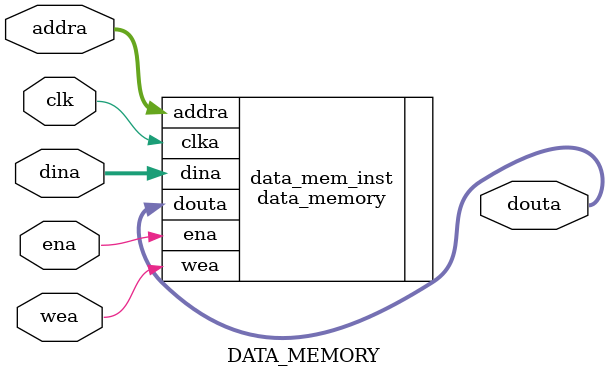
<source format=v>
`timescale 1ns / 1ps


module DATA_MEMORY(
        input clk,
        input ena,
        input wea,
        input [10:0] addra,
        input [31:0] dina,
        output [31:0] douta
    );
    
  data_memory data_mem_inst (
  .clka(clk),  
  .ena(ena), 
  .wea(wea),      
  .addra(addra), 
  .dina(dina),    
  .douta(douta)
);
endmodule

</source>
